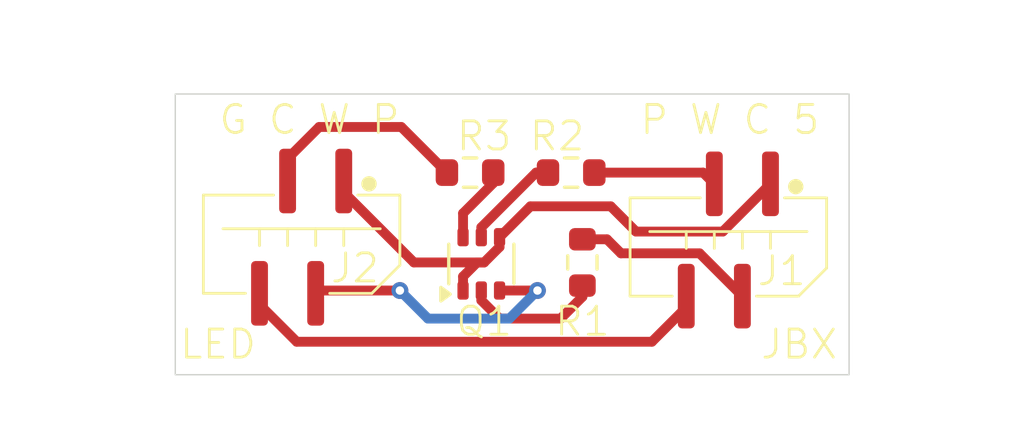
<source format=kicad_pcb>
(kicad_pcb (version 20240108) (generator "pcbnew") (generator_version "8.0")
  (layers (0 "F.Cu" signal) (31 "B.Cu" signal) (34 "B.Paste" user) (35 "F.Paste" user) (36 "B.SilkS" user "B.Silkscreen") (37 "F.SilkS" user "F.Silkscreen") (38 "B.Mask" user) (39 "F.Mask" user) (44 "Edge.Cuts" user))
  (net 0 "")
  (net 1 "Net-(J1-Pin_2)")
  (net 2 "Net-(J1-Pin_4)")
  (net 3 "Net-(J1-Pin_1)")
  (net 4 "Net-(J1-Pin_3)")
  (net 5 "Net-(J2-Pin_3)")
  (net 6 "Net-(J2-Pin_2)")
  (net 7 "Net-(Q1B-B2)")
  (net 8 "Net-(Q1A-C1)")
  (net 9 "Net-(Q1A-B1)")
  (footprint "Package_TO_SOT_SMD:SOT-363_SC-70-6" (layer "F.Cu") (at 128.4 100.55 90)
    (property "Reference" "Q1" (at -2.05 0.1 180) (layer "F.SilkS") (effects (font (thickness 0.1))))
    (property "Value" "MMDT5401")
    (fp_line (start -0.71 -1.16) (end 0.7 -1.16) (stroke (width 0.12)) (layer "F.SilkS"))
    (fp_line (start -0.7 1.16) (end 0.7 1.16) (stroke (width 0.12)) (layer "F.SilkS"))
    (fp_poly (pts (xy -1.08 -1.11) (xy -1.32 -1.44) (xy -0.84 -1.44) (xy -1.08 -1.11)) (stroke (width 0.12)) (fill solid) (layer "F.SilkS"))
    (pad "1" smd roundrect (at -0.95 -0.65 90) (size 0.65 0.4) (layers "F.Cu" "F.Paste" "F.Mask") (net 3 "Net-(J1-Pin_1)"))
    (pad "2" smd roundrect (at -0.95 0 90) (size 0.65 0.4) (layers "F.Cu" "F.Paste" "F.Mask") (net 9 "Net-(Q1A-B1)"))
    (pad "3" smd roundrect (at -0.95 0.65 90) (size 0.65 0.4) (layers "F.Cu" "F.Paste" "F.Mask") (net 6 "Net-(J2-Pin_2)"))
    (pad "4" smd roundrect (at 0.95 0.65 90) (size 0.65 0.4) (layers "F.Cu" "F.Paste" "F.Mask") (net 3 "Net-(J1-Pin_1)"))
    (pad "5" smd roundrect (at 0.95 0 90) (size 0.65 0.4) (layers "F.Cu" "F.Paste" "F.Mask") (net 7 "Net-(Q1B-B2)"))
    (pad "6" smd roundrect (at 0.95 -0.65 90) (size 0.65 0.4) (layers "F.Cu" "F.Paste" "F.Mask") (net 8 "Net-(Q1A-C1)"))
  )
  (footprint "Resistor_SMD:R_0603_1608Metric" (layer "F.Cu") (at 128 97.3)
    (property "Reference" "R3" (at 0.5 -1.3 0) (layer "F.SilkS") (effects (font (thickness 0.1))))
    (property "Value" "75Ω")
    (fp_line (start -0.237258 -0.5225) (end 0.237258 -0.5225) (stroke (width 0.12)) (layer "F.SilkS"))
    (fp_line (start -0.237258 0.5225) (end 0.237258 0.5225) (stroke (width 0.12)) (layer "F.SilkS"))
    (pad "1" smd roundrect (at -0.825 0) (size 0.8 0.95) (layers "F.Cu" "F.Paste" "F.Mask") (net 5 "Net-(J2-Pin_3)"))
    (pad "2" smd roundrect (at 0.825 0) (size 0.8 0.95) (layers "F.Cu" "F.Paste" "F.Mask") (net 8 "Net-(Q1A-C1)"))
  )
  (footprint "Resistor_SMD:R_0603_1608Metric" (layer "F.Cu") (at 131.6 97.3)
    (property "Reference" "R2" (at -0.5 -1.3 0) (layer "F.SilkS") (effects (font (thickness 0.1))))
    (property "Value" "2.4KΩ")
    (fp_line (start -0.237258 -0.5225) (end 0.237258 -0.5225) (stroke (width 0.12)) (layer "F.SilkS"))
    (fp_line (start -0.237258 0.5225) (end 0.237258 0.5225) (stroke (width 0.12)) (layer "F.SilkS"))
    (pad "1" smd roundrect (at -0.825 0) (size 0.8 0.95) (layers "F.Cu" "F.Paste" "F.Mask") (net 7 "Net-(Q1B-B2)"))
    (pad "2" smd roundrect (at 0.825 0) (size 0.8 0.95) (layers "F.Cu" "F.Paste" "F.Mask") (net 4 "Net-(J1-Pin_3)"))
  )
  (footprint "JuiceAdapter-Library:STWXE FC38-04N0-AHS" (layer "F.Cu") (at 122 99.6 180)
    (property "Reference" "J2" (at -1.9 -1.1 0) (layer "F.SilkS") (effects (font (thickness 0.1))))
    (property "Value" "Conn_01x04_Pin")
    (fp_line (start 3.5 1.5) (end 1 1.5) (stroke (width 0.1)) (layer "F.SilkS"))
    (fp_line (start 3.5 -2) (end 3.5 1.5) (stroke (width 0.1)) (layer "F.SilkS"))
    (fp_line (start 3.5 -2) (end 2 -2) (stroke (width 0.1)) (layer "F.SilkS"))
    (fp_line (start 1.5 -0.3) (end 1.5 0.3) (stroke (width 0.1)) (layer "F.SilkS"))
    (fp_line (start 0.5 -0.3) (end 0.5 0.3) (stroke (width 0.1)) (layer "F.SilkS"))
    (fp_line (start -0.5 -0.3) (end -0.5 0.3) (stroke (width 0.1)) (layer "F.SilkS"))
    (fp_line (start -1.5 -0.3) (end -1.5 0.3) (stroke (width 0.1)) (layer "F.SilkS"))
    (fp_line (start -2 1.5) (end -3.5 1.5) (stroke (width 0.1)) (layer "F.SilkS"))
    (fp_line (start -2.5 -2) (end -1 -2) (stroke (width 0.1)) (layer "F.SilkS"))
    (fp_line (start -2.5 -2) (end -3.5 -1) (stroke (width 0.1)) (layer "F.SilkS"))
    (fp_line (start -2.8 0.3) (end 2.8 0.3) (stroke (width 0.1)) (layer "F.SilkS"))
    (fp_line (start -3.5 1.5) (end -3.5 -1) (stroke (width 0.1)) (layer "F.SilkS"))
    (fp_circle (center -2.4 1.9) (end -2.176393 1.9) (stroke (width 0.1)) (fill solid) (layer "F.SilkS"))
    (pad "1" smd roundrect (at -1.5 2 180) (size 0.6 2.3) (layers "F.Cu" "F.Paste" "F.Mask") (net 3 "Net-(J1-Pin_1)"))
    (pad "2" smd roundrect (at -0.5 -2 180) (size 0.6 2.3) (layers "F.Cu" "F.Paste" "F.Mask") (net 6 "Net-(J2-Pin_2)"))
    (pad "3" smd roundrect (at 0.5 2 180) (size 0.6 2.3) (layers "F.Cu" "F.Paste" "F.Mask") (net 5 "Net-(J2-Pin_3)"))
    (pad "4" smd roundrect (at 1.5 -2 180) (size 0.6 2.3) (layers "F.Cu" "F.Paste" "F.Mask") (net 2 "Net-(J1-Pin_4)"))
  )
  (footprint "JuiceAdapter-Library:STWXE FC38-04N0-AHS" (layer "F.Cu") (at 137.2 99.7 180)
    (property "Reference" "J1" (at -1.9 -1.1 0) (layer "F.SilkS") (effects (font (thickness 0.1))))
    (property "Value" "Conn_01x04_Pin")
    (fp_line (start 3.5 1.5) (end 1 1.5) (stroke (width 0.1)) (layer "F.SilkS"))
    (fp_line (start 3.5 -2) (end 3.5 1.5) (stroke (width 0.1)) (layer "F.SilkS"))
    (fp_line (start 3.5 -2) (end 2 -2) (stroke (width 0.1)) (layer "F.SilkS"))
    (fp_line (start 1.5 -0.3) (end 1.5 0.3) (stroke (width 0.1)) (layer "F.SilkS"))
    (fp_line (start 0.5 -0.3) (end 0.5 0.3) (stroke (width 0.1)) (layer "F.SilkS"))
    (fp_line (start -0.5 -0.3) (end -0.5 0.3) (stroke (width 0.1)) (layer "F.SilkS"))
    (fp_line (start -1.5 -0.3) (end -1.5 0.3) (stroke (width 0.1)) (layer "F.SilkS"))
    (fp_line (start -2 1.5) (end -3.5 1.5) (stroke (width 0.1)) (layer "F.SilkS"))
    (fp_line (start -2.5 -2) (end -1 -2) (stroke (width 0.1)) (layer "F.SilkS"))
    (fp_line (start -2.5 -2) (end -3.5 -1) (stroke (width 0.1)) (layer "F.SilkS"))
    (fp_line (start -2.8 0.3) (end 2.8 0.3) (stroke (width 0.1)) (layer "F.SilkS"))
    (fp_line (start -3.5 1.5) (end -3.5 -1) (stroke (width 0.1)) (layer "F.SilkS"))
    (fp_circle (center -2.4 1.9) (end -2.176393 1.9) (stroke (width 0.1)) (fill solid) (layer "F.SilkS"))
    (pad "1" smd roundrect (at -1.5 2 180) (size 0.6 2.3) (layers "F.Cu" "F.Paste" "F.Mask") (net 3 "Net-(J1-Pin_1)"))
    (pad "2" smd roundrect (at -0.5 -2 180) (size 0.6 2.3) (layers "F.Cu" "F.Paste" "F.Mask") (net 1 "Net-(J1-Pin_2)"))
    (pad "3" smd roundrect (at 0.5 2 180) (size 0.6 2.3) (layers "F.Cu" "F.Paste" "F.Mask") (net 4 "Net-(J1-Pin_3)"))
    (pad "4" smd roundrect (at 1.5 -2 180) (size 0.6 2.3) (layers "F.Cu" "F.Paste" "F.Mask") (net 2 "Net-(J1-Pin_4)"))
  )
  (footprint "Resistor_SMD:R_0603_1608Metric" (layer "F.Cu") (at 132 100.5 90)
    (property "Reference" "R1" (at -2.1 0 180) (layer "F.SilkS") (effects (font (thickness 0.1))))
    (property "Value" "2.4KΩ")
    (fp_line (start -0.237258 -0.5225) (end 0.237258 -0.5225) (stroke (width 0.12)) (layer "F.SilkS"))
    (fp_line (start -0.237258 0.5225) (end 0.237258 0.5225) (stroke (width 0.12)) (layer "F.SilkS"))
    (pad "1" smd roundrect (at -0.825 0 90) (size 0.8 0.95) (layers "F.Cu" "F.Paste" "F.Mask") (net 9 "Net-(Q1A-B1)"))
    (pad "2" smd roundrect (at 0.825 0 90) (size 0.8 0.95) (layers "F.Cu" "F.Paste" "F.Mask") (net 1 "Net-(J1-Pin_2)"))
  )
  (gr_rect (start 117.5 94.5) (end 141.5 104.5) (stroke (width 0.05)) (fill none) (layer "Edge.Cuts"))
  (gr_text "G C W P" (at 119 96 0) (layer "F.SilkS") (effects (font (size 1 1) (thickness 0.1)) (justify left bottom)))
  (gr_text "P W C 5" (at 134 96 0) (layer "F.SilkS") (effects (font (size 1 1) (thickness 0.1)) (justify left bottom)))
  (gr_text "JBX" (at 138.3 104 0) (layer "F.SilkS") (effects (font (size 1 1) (thickness 0.1)) (justify left bottom)))
  (gr_text "LED" (at 117.6 104 0) (layer "F.SilkS") (effects (font (size 1 1) (thickness 0.1)) (justify left bottom)))
  (segment (start 133.375 100.175) (end 136.175 100.175) (width 0.35) (layer "F.Cu") (net 1))
  (segment (start 137.7 101.7) (end 136.175 100.175) (width 0.35) (layer "F.Cu") (net 1))
  (segment (start 132 99.675) (end 132.875 99.675) (width 0.35) (layer "F.Cu") (net 1))
  (segment (start 132.875 99.675) (end 133.375 100.175) (width 0.35) (layer "F.Cu") (net 1))
  (segment (start 134.475 103.325) (end 121.825 103.325) (width 0.35) (layer "F.Cu") (net 2))
  (segment (start 121.825 103.325) (end 120.5 102) (width 0.35) (layer "F.Cu") (net 2))
  (segment (start 135.7 101.7) (end 135.7 102.1) (width 0.35) (layer "F.Cu") (net 2))
  (segment (start 120.5 102) (end 120.5 101.6) (width 0.35) (layer "F.Cu") (net 2))
  (segment (start 135.7 102.1) (end 134.475 103.325) (width 0.35) (layer "F.Cu") (net 2))
  (segment (start 129.05 99.949522) (end 128.499522 100.5) (width 0.35) (layer "F.Cu") (net 3))
  (segment (start 130.15 98.5) (end 133.009357 98.5) (width 0.35) (layer "F.Cu") (net 3))
  (segment (start 133.009357 98.5) (end 133.909357 99.4) (width 0.35) (layer "F.Cu") (net 3))
  (segment (start 128.250239 100.5) (end 128.499522 100.5) (width 0.35) (layer "F.Cu") (net 3))
  (segment (start 138.7 97.7) (end 137 99.4) (width 0.35) (layer "F.Cu") (net 3))
  (segment (start 123.5 98) (end 126 100.5) (width 0.35) (layer "F.Cu") (net 3))
  (segment (start 123.5 97.6) (end 123.5 98) (width 0.35) (layer "F.Cu") (net 3))
  (segment (start 127.75 101.5) (end 127.75 101.000239) (width 0.35) (layer "F.Cu") (net 3))
  (segment (start 126 100.5) (end 128.499522 100.5) (width 0.35) (layer "F.Cu") (net 3))
  (segment (start 127.75 101.000239) (end 128.250239 100.5) (width 0.35) (layer "F.Cu") (net 3))
  (segment (start 129.05 99.6) (end 130.15 98.5) (width 0.35) (layer "F.Cu") (net 3))
  (segment (start 133.909357 99.4) (end 137 99.4) (width 0.35) (layer "F.Cu") (net 3))
  (segment (start 129.05 99.6) (end 129.05 99.949522) (width 0.35) (layer "F.Cu") (net 3))
  (segment (start 136.3 97.3) (end 132.425 97.3) (width 0.35) (layer "F.Cu") (net 4))
  (segment (start 136.7 97.7) (end 136.3 97.3) (width 0.35) (layer "F.Cu") (net 4))
  (segment (start 125.55 95.675) (end 127.175 97.3) (width 0.35) (layer "F.Cu") (net 5))
  (segment (start 121.5 96.8) (end 122.625 95.675) (width 0.35) (layer "F.Cu") (net 5))
  (segment (start 122.625 95.675) (end 125.55 95.675) (width 0.35) (layer "F.Cu") (net 5))
  (segment (start 121.5 97.6) (end 121.5 96.8) (width 0.35) (layer "F.Cu") (net 5))
  (segment (start 125.5 101.5) (end 122.6 101.5) (width 0.35) (layer "F.Cu") (net 6))
  (segment (start 129.05 101.5) (end 130.4 101.5) (width 0.35) (layer "F.Cu") (net 6))
  (segment (start 122.6 101.5) (end 122.5 101.6) (width 0.35) (layer "F.Cu") (net 6))
  (via (at 125.5 101.5) (size 0.6) (drill 0.3) (layers "F.Cu" "B.Cu") (net 6))
  (via (at 130.4 101.5) (size 0.6) (drill 0.3) (layers "F.Cu" "B.Cu") (net 6))
  (segment (start 130.4 101.5) (end 129.4 102.5) (width 0.35) (layer "B.Cu") (net 6))
  (segment (start 129.4 102.5) (end 126.5 102.5) (width 0.35) (layer "B.Cu") (net 6))
  (segment (start 126.5 102.5) (end 125.5 101.5) (width 0.35) (layer "B.Cu") (net 6))
  (segment (start 130.775 97.3) (end 130.350478 97.3) (width 0.35) (layer "F.Cu") (net 7))
  (segment (start 128.4 99.250478) (end 128.4 99.6) (width 0.35) (layer "F.Cu") (net 7))
  (segment (start 130.350478 97.3) (end 128.4 99.250478) (width 0.35) (layer "F.Cu") (net 7))
  (segment (start 127.75 98.75) (end 127.75 99.6) (width 0.35) (layer "F.Cu") (net 8))
  (segment (start 128.825 97.675) (end 127.75 98.75) (width 0.35) (layer "F.Cu") (net 8))
  (segment (start 128.825 97.3) (end 128.825 97.675) (width 0.35) (layer "F.Cu") (net 8))
  (segment (start 132 101.725) (end 131.225 102.5) (width 0.35) (layer "F.Cu") (net 9))
  (segment (start 129.050478 102.5) (end 131.225 102.5) (width 0.35) (layer "F.Cu") (net 9))
  (segment (start 128.4 101.849522) (end 129.050478 102.5) (width 0.35) (layer "F.Cu") (net 9))
  (segment (start 128.4 101.5) (end 128.4 101.849522) (width 0.35) (layer "F.Cu") (net 9))
  (segment (start 132 101.325) (end 132 101.725) (width 0.35) (layer "F.Cu") (net 9))
)
</source>
